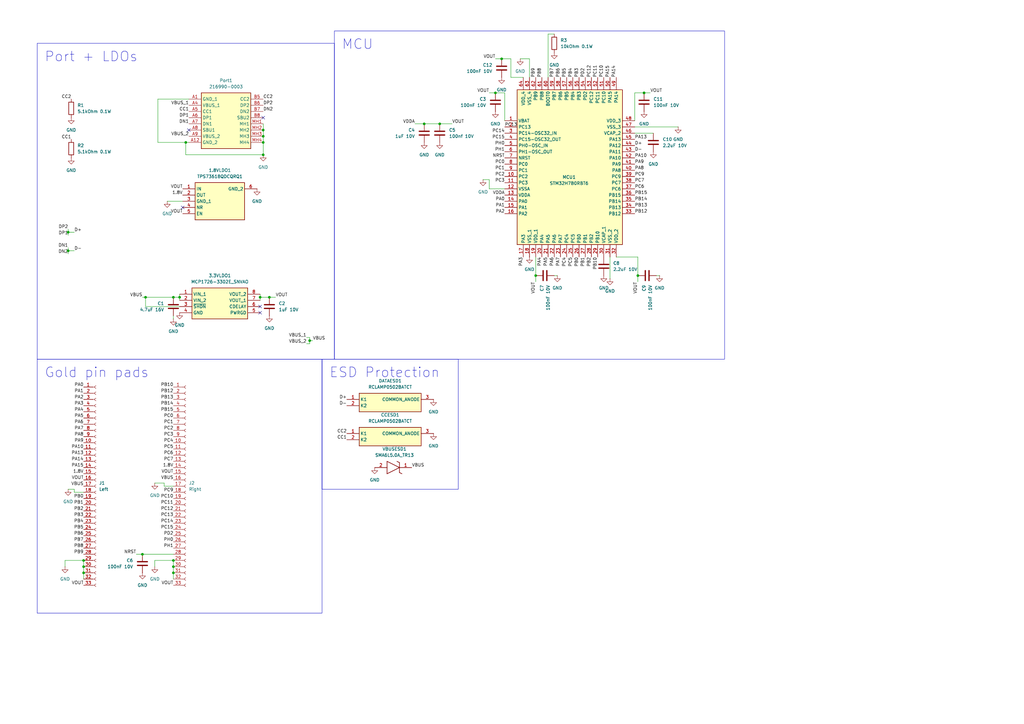
<source format=kicad_sch>
(kicad_sch (version 20231120) (generator "eeschema") (generator_version "8.0")
  (paper "A3")
  (lib_symbols
    (symbol "REQUIRED:216990-0003"
      (property "Reference" "J" (at 26.67 7.62 0))
      (property "Value" "216990-0003" (at 26.67 5.08 0))
      (symbol "216990-0003_1_1"
        (rectangle (start 5.08 2.54) (end 25.4 -20.32) (stroke (width 0.254)) (fill (type background)))
        (pin passive line (at 0 0 0) (length 5.08) (name "GND_1") (number "A1"))
        (pin passive line (at 0 -17.78 0) (length 5.08) (name "GND_2") (number "A12"))
        (pin passive line (at 0 -2.54 0) (length 5.08) (name "VBUS_1") (number "A4"))
        (pin passive line (at 0 -5.08 0) (length 5.08) (name "CC1") (number "A5"))
        (pin passive line (at 0 -7.62 0) (length 5.08) (name "DP1") (number "A6"))
        (pin passive line (at 0 -10.16 0) (length 5.08) (name "DN1") (number "A7"))
        (pin passive line (at 0 -12.7 0) (length 5.08) (name "SBU1") (number "A8"))
        (pin passive line (at 0 -15.24 0) (length 5.08) (name "VBUS_2") (number "A9"))
        (pin passive line (at 30.48 0 180) (length 5.08) (name "CC2") (number "B5"))
        (pin passive line (at 30.48 -2.54 180) (length 5.08) (name "DP2") (number "B6"))
        (pin passive line (at 30.48 -5.08 180) (length 5.08) (name "DN2") (number "B7"))
        (pin passive line (at 30.48 -7.62 180) (length 5.08) (name "SBU2") (number "B8"))
        (pin passive line (at 30.48 -10.16 180) (length 5.08) (name "MH1") (number "MH1"))
        (pin passive line (at 30.48 -12.7 180) (length 5.08) (name "MH2") (number "MH2"))
        (pin passive line (at 30.48 -15.24 180) (length 5.08) (name "MH3") (number "MH3"))
        (pin passive line (at 30.48 -17.78 180) (length 5.08) (name "MH4") (number "MH4"))
      )
    )
    (symbol "REQUIRED:C" (pin_numbers hide) (pin_names (offset 0.254))
      (property "Reference" "C" (at 0.635 2.54 0))
      (property "Value" "C" (at 0.635 -2.54 0))
      (symbol "C_0_1"
        (polyline (pts (xy -2.032 -0.762) (xy 2.032 -0.762)) (stroke (width 0.508)))
        (polyline (pts (xy -2.032 0.762) (xy 2.032 0.762)) (stroke (width 0.508)))
      )
      (symbol "C_1_1"
        (pin passive line (at 0 3.81 270) (length 2.794) (name "~") (number "1"))
        (pin passive line (at 0 -3.81 90) (length 2.794) (name "~") (number "2"))
      )
    )
    (symbol "REQUIRED:Conn_01x33_Socket" (pin_names (offset 1.016) hide)
      (property "Reference" "J" (at 0 43.18 0))
      (property "Value" "Conn_01x33_Socket" (at 0 -43.18 0))
      (symbol "Conn_01x33_Socket_1_1"
        (arc (start 0 -40.132) (mid -0.5058 -40.64) (end 0 -41.148) (stroke (width 0.1524)))
        (arc (start 0 -37.592) (mid -0.5058 -38.1) (end 0 -38.608) (stroke (width 0.1524)))
        (arc (start 0 -35.052) (mid -0.5058 -35.56) (end 0 -36.068) (stroke (width 0.1524)))
        (arc (start 0 -32.512) (mid -0.5058 -33.02) (end 0 -33.528) (stroke (width 0.1524)))
        (arc (start 0 -29.972) (mid -0.5058 -30.48) (end 0 -30.988) (stroke (width 0.1524)))
        (arc (start 0 -27.432) (mid -0.5058 -27.94) (end 0 -28.448) (stroke (width 0.1524)))
        (arc (start 0 -24.892) (mid -0.5058 -25.4) (end 0 -25.908) (stroke (width 0.1524)))
        (arc (start 0 -22.352) (mid -0.5058 -22.86) (end 0 -23.368) (stroke (width 0.1524)))
        (arc (start 0 -19.812) (mid -0.5058 -20.32) (end 0 -20.828) (stroke (width 0.1524)))
        (arc (start 0 -17.272) (mid -0.5058 -17.78) (end 0 -18.288) (stroke (width 0.1524)))
        (arc (start 0 -14.732) (mid -0.5058 -15.24) (end 0 -15.748) (stroke (width 0.1524)))
        (arc (start 0 -12.192) (mid -0.5058 -12.7) (end 0 -13.208) (stroke (width 0.1524)))
        (arc (start 0 -9.652) (mid -0.5058 -10.16) (end 0 -10.668) (stroke (width 0.1524)))
        (arc (start 0 -7.112) (mid -0.5058 -7.62) (end 0 -8.128) (stroke (width 0.1524)))
        (arc (start 0 -4.572) (mid -0.5058 -5.08) (end 0 -5.588) (stroke (width 0.1524)))
        (arc (start 0 -2.032) (mid -0.5058 -2.54) (end 0 -3.048) (stroke (width 0.1524)))
        (polyline (pts (xy -1.27 -40.64) (xy -0.508 -40.64)) (stroke (width 0.1524)))
        (polyline (pts (xy -1.27 -38.1) (xy -0.508 -38.1)) (stroke (width 0.1524)))
        (polyline (pts (xy -1.27 -35.56) (xy -0.508 -35.56)) (stroke (width 0.1524)))
        (polyline (pts (xy -1.27 -33.02) (xy -0.508 -33.02)) (stroke (width 0.1524)))
        (polyline (pts (xy -1.27 -30.48) (xy -0.508 -30.48)) (stroke (width 0.1524)))
        (polyline (pts (xy -1.27 -27.94) (xy -0.508 -27.94)) (stroke (width 0.1524)))
        (polyline (pts (xy -1.27 -25.4) (xy -0.508 -25.4)) (stroke (width 0.1524)))
        (polyline (pts (xy -1.27 -22.86) (xy -0.508 -22.86)) (stroke (width 0.1524)))
        (polyline (pts (xy -1.27 -20.32) (xy -0.508 -20.32)) (stroke (width 0.1524)))
        (polyline (pts (xy -1.27 -17.78) (xy -0.508 -17.78)) (stroke (width 0.1524)))
        (polyline (pts (xy -1.27 -15.24) (xy -0.508 -15.24)) (stroke (width 0.1524)))
        (polyline (pts (xy -1.27 -12.7) (xy -0.508 -12.7)) (stroke (width 0.1524)))
        (polyline (pts (xy -1.27 -10.16) (xy -0.508 -10.16)) (stroke (width 0.1524)))
        (polyline (pts (xy -1.27 -7.62) (xy -0.508 -7.62)) (stroke (width 0.1524)))
        (polyline (pts (xy -1.27 -5.08) (xy -0.508 -5.08)) (stroke (width 0.1524)))
        (polyline (pts (xy -1.27 -2.54) (xy -0.508 -2.54)) (stroke (width 0.1524)))
        (polyline (pts (xy -1.27 0) (xy -0.508 0)) (stroke (width 0.1524)))
        (polyline (pts (xy -1.27 2.54) (xy -0.508 2.54)) (stroke (width 0.1524)))
        (polyline (pts (xy -1.27 5.08) (xy -0.508 5.08)) (stroke (width 0.1524)))
        (polyline (pts (xy -1.27 7.62) (xy -0.508 7.62)) (stroke (width 0.1524)))
        (polyline (pts (xy -1.27 10.16) (xy -0.508 10.16)) (stroke (width 0.1524)))
        (polyline (pts (xy -1.27 12.7) (xy -0.508 12.7)) (stroke (width 0.1524)))
        (polyline (pts (xy -1.27 15.24) (xy -0.508 15.24)) (stroke (width 0.1524)))
        (polyline (pts (xy -1.27 17.78) (xy -0.508 17.78)) (stroke (width 0.1524)))
        (polyline (pts (xy -1.27 20.32) (xy -0.508 20.32)) (stroke (width 0.1524)))
        (polyline (pts (xy -1.27 22.86) (xy -0.508 22.86)) (stroke (width 0.1524)))
        (polyline (pts (xy -1.27 25.4) (xy -0.508 25.4)) (stroke (width 0.1524)))
        (polyline (pts (xy -1.27 27.94) (xy -0.508 27.94)) (stroke (width 0.1524)))
        (polyline (pts (xy -1.27 30.48) (xy -0.508 30.48)) (stroke (width 0.1524)))
        (polyline (pts (xy -1.27 33.02) (xy -0.508 33.02)) (stroke (width 0.1524)))
        (polyline (pts (xy -1.27 35.56) (xy -0.508 35.56)) (stroke (width 0.1524)))
        (polyline (pts (xy -1.27 38.1) (xy -0.508 38.1)) (stroke (width 0.1524)))
        (polyline (pts (xy -1.27 40.64) (xy -0.508 40.64)) (stroke (width 0.1524)))
        (arc (start 0 0.508) (mid -0.5058 0) (end 0 -0.508) (stroke (width 0.1524)))
        (arc (start 0 3.048) (mid -0.5058 2.54) (end 0 2.032) (stroke (width 0.1524)))
        (arc (start 0 5.588) (mid -0.5058 5.08) (end 0 4.572) (stroke (width 0.1524)))
        (arc (start 0 8.128) (mid -0.5058 7.62) (end 0 7.112) (stroke (width 0.1524)))
        (arc (start 0 10.668) (mid -0.5058 10.16) (end 0 9.652) (stroke (width 0.1524)))
        (arc (start 0 13.208) (mid -0.5058 12.7) (end 0 12.192) (stroke (width 0.1524)))
        (arc (start 0 15.748) (mid -0.5058 15.24) (end 0 14.732) (stroke (width 0.1524)))
        (arc (start 0 18.288) (mid -0.5058 17.78) (end 0 17.272) (stroke (width 0.1524)))
        (arc (start 0 20.828) (mid -0.5058 20.32) (end 0 19.812) (stroke (width 0.1524)))
        (arc (start 0 23.368) (mid -0.5058 22.86) (end 0 22.352) (stroke (width 0.1524)))
        (arc (start 0 25.908) (mid -0.5058 25.4) (end 0 24.892) (stroke (width 0.1524)))
        (arc (start 0 28.448) (mid -0.5058 27.94) (end 0 27.432) (stroke (width 0.1524)))
        (arc (start 0 30.988) (mid -0.5058 30.48) (end 0 29.972) (stroke (width 0.1524)))
        (arc (start 0 33.528) (mid -0.5058 33.02) (end 0 32.512) (stroke (width 0.1524)))
        (arc (start 0 36.068) (mid -0.5058 35.56) (end 0 35.052) (stroke (width 0.1524)))
        (arc (start 0 38.608) (mid -0.5058 38.1) (end 0 37.592) (stroke (width 0.1524)))
        (arc (start 0 41.148) (mid -0.5058 40.64) (end 0 40.132) (stroke (width 0.1524)))
        (pin passive line (at -5.08 40.64 0) (length 3.81) (name "Pin_1") (number "1"))
        (pin passive line (at -5.08 17.78 0) (length 3.81) (name "Pin_10") (number "10"))
        (pin passive line (at -5.08 15.24 0) (length 3.81) (name "Pin_11") (number "11"))
        (pin passive line (at -5.08 12.7 0) (length 3.81) (name "Pin_12") (number "12"))
        (pin passive line (at -5.08 10.16 0) (length 3.81) (name "Pin_13") (number "13"))
        (pin passive line (at -5.08 7.62 0) (length 3.81) (name "Pin_14") (number "14"))
        (pin passive line (at -5.08 5.08 0) (length 3.81) (name "Pin_15") (number "15"))
        (pin passive line (at -5.08 2.54 0) (length 3.81) (name "Pin_16") (number "16"))
        (pin passive line (at -5.08 0 0) (length 3.81) (name "Pin_17") (number "17"))
        (pin passive line (at -5.08 -2.54 0) (length 3.81) (name "Pin_18") (number "18"))
        (pin passive line (at -5.08 -5.08 0) (length 3.81) (name "Pin_19") (number "19"))
        (pin passive line (at -5.08 38.1 0) (length 3.81) (name "Pin_2") (number "2"))
        (pin passive line (at -5.08 -7.62 0) (length 3.81) (name "Pin_20") (number "20"))
        (pin passive line (at -5.08 -10.16 0) (length 3.81) (name "Pin_21") (number "21"))
        (pin passive line (at -5.08 -12.7 0) (length 3.81) (name "Pin_22") (number "22"))
        (pin passive line (at -5.08 -15.24 0) (length 3.81) (name "Pin_23") (number "23"))
        (pin passive line (at -5.08 -17.78 0) (length 3.81) (name "Pin_24") (number "24"))
        (pin passive line (at -5.08 -20.32 0) (length 3.81) (name "Pin_25") (number "25"))
        (pin passive line (at -5.08 -22.86 0) (length 3.81) (name "Pin_26") (number "26"))
        (pin passive line (at -5.08 -25.4 0) (length 3.81) (name "Pin_27") (number "27"))
        (pin passive line (at -5.08 -27.94 0) (length 3.81) (name "Pin_28") (number "28"))
        (pin passive line (at -5.08 -30.48 0) (length 3.81) (name "Pin_29") (number "29"))
        (pin passive line (at -5.08 35.56 0) (length 3.81) (name "Pin_3") (number "3"))
        (pin passive line (at -5.08 -33.02 0) (length 3.81) (name "Pin_30") (number "30"))
        (pin passive line (at -5.08 -35.56 0) (length 3.81) (name "Pin_31") (number "31"))
        (pin passive line (at -5.08 -38.1 0) (length 3.81) (name "Pin_32") (number "32"))
        (pin passive line (at -5.08 -40.64 0) (length 3.81) (name "Pin_33") (number "33"))
        (pin passive line (at -5.08 33.02 0) (length 3.81) (name "Pin_4") (number "4"))
        (pin passive line (at -5.08 30.48 0) (length 3.81) (name "Pin_5") (number "5"))
        (pin passive line (at -5.08 27.94 0) (length 3.81) (name "Pin_6") (number "6"))
        (pin passive line (at -5.08 25.4 0) (length 3.81) (name "Pin_7") (number "7"))
        (pin passive line (at -5.08 22.86 0) (length 3.81) (name "Pin_8") (number "8"))
        (pin passive line (at -5.08 20.32 0) (length 3.81) (name "Pin_9") (number "9"))
      )
    )
    (symbol "REQUIRED:MCP1726-3302E_SNVAO"
      (property "Reference" "IC" (at 29.21 7.62 0))
      (property "Value" "MCP1726-3302E_SNVAO" (at 29.21 5.08 0))
      (symbol "MCP1726-3302E_SNVAO_1_1"
        (rectangle (start 5.08 2.54) (end 27.94 -10.16) (stroke (width 0.254)) (fill (type background)))
        (pin passive line (at 0 0 0) (length 5.08) (name "VIN_1") (number "1"))
        (pin passive line (at 0 -2.54 0) (length 5.08) (name "VIN_2") (number "2"))
        (pin passive line (at 0 -5.08 0) (length 5.08) (name "~{SHDN}") (number "3"))
        (pin passive line (at 0 -7.62 0) (length 5.08) (name "GND") (number "4"))
        (pin passive line (at 33.02 -7.62 180) (length 5.08) (name "PWRGD") (number "5"))
        (pin passive line (at 33.02 -5.08 180) (length 5.08) (name "CDELAY") (number "6"))
        (pin passive line (at 33.02 -2.54 180) (length 5.08) (name "VOUT_1") (number "7"))
        (pin passive line (at 33.02 0 180) (length 5.08) (name "VOUT_2") (number "8"))
      )
    )
    (symbol "REQUIRED:R" (pin_numbers hide) (pin_names (offset 0))
      (property "Reference" "R" (at 2.032 0 90))
      (property "Value" "R" (at 0 0 90))
      (symbol "R_0_1"
        (rectangle (start -1.016 -2.54) (end 1.016 2.54) (stroke (width 0.254)))
      )
      (symbol "R_1_1"
        (pin passive line (at 0 3.81 270) (length 1.27) (name "~") (number "1"))
        (pin passive line (at 0 -3.81 90) (length 1.27) (name "~") (number "2"))
      )
    )
    (symbol "REQUIRED:RCLAMP0502BATCT"
      (property "Reference" "D" (at 31.75 7.62 0))
      (property "Value" "RCLAMP0502BATCT" (at 31.75 5.08 0))
      (symbol "RCLAMP0502BATCT_1_1"
        (rectangle (start 5.08 2.54) (end 30.48 -5.08) (stroke (width 0.254)) (fill (type background)))
        (pin passive line (at 0 0 0) (length 5.08) (name "K1") (number "1"))
        (pin passive line (at 0 -2.54 0) (length 5.08) (name "K2") (number "2"))
        (pin passive line (at 35.56 0 180) (length 5.08) (name "COMMON_ANODE") (number "3"))
      )
    )
    (symbol "REQUIRED:SMA6L5.0A_TR13" (pin_names hide)
      (property "Reference" "D" (at 10.16 8.89 0))
      (property "Value" "SMA6L5.0A_TR13" (at 10.16 6.35 0))
      (symbol "SMA6L5.0A_TR13_1_1"
        (polyline (pts (xy 4.064 2.54) (xy 5.08 2.032)) (stroke (width 0.254)))
        (polyline (pts (xy 5.08 -2.032) (xy 5.08 2.032)) (stroke (width 0.254)))
        (polyline (pts (xy 5.08 -2.032) (xy 6.096 -2.54)) (stroke (width 0.254)))
        (polyline (pts (xy 5.08 0) (xy 10.16 2.54)) (stroke (width 0.254)))
        (polyline (pts (xy 10.16 -2.54) (xy 5.08 0)) (stroke (width 0.254)))
        (polyline (pts (xy 10.16 -2.54) (xy 10.16 2.54)) (stroke (width 0.254)))
        (pin passive line (at 0 0 0) (length 5.08) (name "K") (number "1"))
        (pin passive line (at 15.24 0 180) (length 5.08) (name "A") (number "2"))
      )
    )
    (symbol "REQUIRED:STM32H7B0RBT6"
      (property "Reference" "IC" (at 49.53 17.78 0))
      (property "Value" "STM32H7B0RBT6" (at 49.53 15.24 0))
      (symbol "STM32H7B0RBT6_1_1"
        (rectangle (start 5.08 12.7) (end 48.26 -50.8) (stroke (width 0.254)) (fill (type background)))
        (pin passive line (at 0 0 0) (length 5.08) (name "VBAT") (number "1"))
        (pin passive line (at 0 -22.86 0) (length 5.08) (name "PC2") (number "10"))
        (pin passive line (at 0 -25.4 0) (length 5.08) (name "PC3") (number "11"))
        (pin passive line (at 0 -27.94 0) (length 5.08) (name "VSSA") (number "12"))
        (pin passive line (at 0 -30.48 0) (length 5.08) (name "VDDA") (number "13"))
        (pin passive line (at 0 -33.02 0) (length 5.08) (name "PA0") (number "14"))
        (pin passive line (at 0 -35.56 0) (length 5.08) (name "PA1") (number "15"))
        (pin passive line (at 0 -38.1 0) (length 5.08) (name "PA2") (number "16"))
        (pin passive line (at 7.62 -55.88 90) (length 5.08) (name "PA3") (number "17"))
        (pin passive line (at 10.16 -55.88 90) (length 5.08) (name "VSS_1") (number "18"))
        (pin passive line (at 12.7 -55.88 90) (length 5.08) (name "VDD_1") (number "19"))
        (pin passive line (at 0 -2.54 0) (length 5.08) (name "PC13") (number "2"))
        (pin passive line (at 15.24 -55.88 90) (length 5.08) (name "PA4") (number "20"))
        (pin passive line (at 17.78 -55.88 90) (length 5.08) (name "PA5") (number "21"))
        (pin passive line (at 20.32 -55.88 90) (length 5.08) (name "PA6") (number "22"))
        (pin passive line (at 22.86 -55.88 90) (length 5.08) (name "PA7") (number "23"))
        (pin passive line (at 25.4 -55.88 90) (length 5.08) (name "PC4") (number "24"))
        (pin passive line (at 27.94 -55.88 90) (length 5.08) (name "PC5") (number "25"))
        (pin passive line (at 30.48 -55.88 90) (length 5.08) (name "PB0") (number "26"))
        (pin passive line (at 33.02 -55.88 90) (length 5.08) (name "PB1") (number "27"))
        (pin passive line (at 35.56 -55.88 90) (length 5.08) (name "PB2") (number "28"))
        (pin passive line (at 38.1 -55.88 90) (length 5.08) (name "PB10") (number "29"))
        (pin passive line (at 0 -5.08 0) (length 5.08) (name "PC14-OSC32_IN") (number "3"))
        (pin passive line (at 40.64 -55.88 90) (length 5.08) (name "VCAP_1") (number "30"))
        (pin passive line (at 43.18 -55.88 90) (length 5.08) (name "VSS_2") (number "31"))
        (pin passive line (at 45.72 -55.88 90) (length 5.08) (name "VDD_2") (number "32"))
        (pin passive line (at 53.34 -38.1 180) (length 5.08) (name "PB12") (number "33"))
        (pin passive line (at 53.34 -35.56 180) (length 5.08) (name "PB13") (number "34"))
        (pin passive line (at 53.34 -33.02 180) (length 5.08) (name "PB14") (number "35"))
        (pin passive line (at 53.34 -30.48 180) (length 5.08) (name "PB15") (number "36"))
        (pin passive line (at 53.34 -27.94 180) (length 5.08) (name "PC6") (number "37"))
        (pin passive line (at 53.34 -25.4 180) (length 5.08) (name "PC7") (number "38"))
        (pin passive line (at 53.34 -22.86 180) (length 5.08) (name "PC9") (number "39"))
        (pin passive line (at 0 -7.62 0) (length 5.08) (name "PC15-OSC32_OUT") (number "4"))
        (pin passive line (at 53.34 -20.32 180) (length 5.08) (name "PA8") (number "40"))
        (pin passive line (at 53.34 -17.78 180) (length 5.08) (name "PA9") (number "41"))
        (pin passive line (at 53.34 -15.24 180) (length 5.08) (name "PA10") (number "42"))
        (pin passive line (at 53.34 -12.7 180) (length 5.08) (name "PA11") (number "43"))
        (pin passive line (at 53.34 -10.16 180) (length 5.08) (name "PA12") (number "44"))
        (pin passive line (at 53.34 -7.62 180) (length 5.08) (name "PA13") (number "45"))
        (pin passive line (at 53.34 -5.08 180) (length 5.08) (name "VCAP_2") (number "46"))
        (pin passive line (at 53.34 -2.54 180) (length 5.08) (name "VSS_3") (number "47"))
        (pin passive line (at 53.34 0 180) (length 5.08) (name "VDD_3") (number "48"))
        (pin passive line (at 45.72 17.78 270) (length 5.08) (name "PA14") (number "49"))
        (pin passive line (at 0 -10.16 0) (length 5.08) (name "PH0-OSC_IN") (number "5"))
        (pin passive line (at 43.18 17.78 270) (length 5.08) (name "PA15") (number "50"))
        (pin passive line (at 40.64 17.78 270) (length 5.08) (name "PC10") (number "51"))
        (pin passive line (at 38.1 17.78 270) (length 5.08) (name "PC11") (number "52"))
        (pin passive line (at 35.56 17.78 270) (length 5.08) (name "PC12") (number "53"))
        (pin passive line (at 33.02 17.78 270) (length 5.08) (name "PD2") (number "54"))
        (pin passive line (at 30.48 17.78 270) (length 5.08) (name "PB3") (number "55"))
        (pin passive line (at 27.94 17.78 270) (length 5.08) (name "PB4") (number "56"))
        (pin passive line (at 25.4 17.78 270) (length 5.08) (name "PB5") (number "57"))
        (pin passive line (at 22.86 17.78 270) (length 5.08) (name "PB6") (number "58"))
        (pin passive line (at 20.32 17.78 270) (length 5.08) (name "PB7") (number "59"))
        (pin passive line (at 0 -12.7 0) (length 5.08) (name "PH1-OSC_OUT") (number "6"))
        (pin passive line (at 17.78 17.78 270) (length 5.08) (name "BOOT0") (number "60"))
        (pin passive line (at 15.24 17.78 270) (length 5.08) (name "PB8") (number "61"))
        (pin passive line (at 12.7 17.78 270) (length 5.08) (name "PB9") (number "62"))
        (pin passive line (at 10.16 17.78 270) (length 5.08) (name "VSS_4") (number "63"))
        (pin passive line (at 7.62 17.78 270) (length 5.08) (name "VDD_4") (number "64"))
        (pin passive line (at 0 -15.24 0) (length 5.08) (name "NRST") (number "7"))
        (pin passive line (at 0 -17.78 0) (length 5.08) (name "PC0") (number "8"))
        (pin passive line (at 0 -20.32 0) (length 5.08) (name "PC1") (number "9"))
      )
    )
    (symbol "REQUIRED:TPS73618QDCQRQ1"
      (property "Reference" "IC" (at 26.67 7.62 0))
      (property "Value" "TPS73618QDCQRQ1" (at 26.67 5.08 0))
      (symbol "TPS73618QDCQRQ1_1_1"
        (rectangle (start 5.08 2.54) (end 25.4 -12.7) (stroke (width 0.254)) (fill (type background)))
        (pin passive line (at 0 0 0) (length 5.08) (name "IN") (number "1"))
        (pin passive line (at 0 -2.54 0) (length 5.08) (name "OUT") (number "2"))
        (pin passive line (at 0 -5.08 0) (length 5.08) (name "GND_1") (number "3"))
        (pin passive line (at 0 -7.62 0) (length 5.08) (name "NR") (number "4"))
        (pin passive line (at 0 -10.16 0) (length 5.08) (name "EN") (number "5"))
        (pin passive line (at 30.48 0 180) (length 5.08) (name "GND_2") (number "6"))
      )
    )
    (symbol "power:GND" (power) (pin_numbers hide) (pin_names (offset 0) hide)
      (property "Value" "GND" (at 0 -3.81 0))
      (symbol "GND_0_1"
        (polyline (pts (xy 0 0) (xy 0 -1.27) (xy 1.27 -1.27) (xy 0 -2.54) (xy -1.27 -1.27) (xy 0 -1.27)))
      )
      (symbol "GND_1_1"
        (pin power_in line (at 0 0 270) (length 0) (name "~") (number "1"))
      )
    )
  )
  (junction (at 58.42 227.33))
  (junction (at 261.62 113.03))
  (junction (at 34.29 232.41))
  (junction (at 27.94 102.87))
  (junction (at 110.49 121.92))
  (junction (at 71.12 229.87))
  (junction (at 34.29 234.95))
  (junction (at 73.66 121.92))
  (junction (at 205.74 24.13))
  (junction (at 71.12 232.41))
  (junction (at 106.68 121.92))
  (junction (at 127 139.7))
  (junction (at 76.2 58.42))
  (junction (at 107.95 58.42))
  (junction (at 107.95 55.88))
  (junction (at 219.71 113.03))
  (junction (at 173.99 50.8))
  (junction (at 180.34 50.8))
  (junction (at 71.12 234.95))
  (junction (at 107.95 53.34))
  (junction (at 107.95 63.5))
  (junction (at 34.29 229.87))
  (junction (at 264.16 38.1))
  (junction (at 203.2 38.1))
  (junction (at 59.69 121.92))
  (junction (at 71.12 121.92))
  (junction (at 27.94 95.25))
  (no_connect (at 107.95 48.26))
  (no_connect (at 106.68 125.73))
  (no_connect (at 74.93 85.09))
  (no_connect (at 106.68 128.27))
  (no_connect (at 77.47 53.34))
  (wire (pts (xy 173.99 50.8) (xy 180.34 50.8)))
  (wire (pts (xy 228.6 113.03) (xy 227.33 113.03)))
  (wire (pts (xy 71.12 229.87) (xy 71.12 232.41)))
  (wire (pts (xy 73.66 121.92) (xy 73.66 123.19)))
  (wire (pts (xy 261.62 105.41) (xy 261.62 113.03)))
  (wire (pts (xy 76.2 58.42) (xy 76.2 63.5)))
  (wire (pts (xy 278.13 52.07) (xy 260.35 52.07)))
  (wire (pts (xy 34.29 229.87) (xy 26.67 229.87)))
  (wire (pts (xy 34.29 201.93) (xy 30.48 201.93)))
  (wire (pts (xy 213.36 24.13) (xy 217.17 24.13)))
  (wire (pts (xy 34.29 234.95) (xy 34.29 237.49)))
  (wire (pts (xy 224.79 13.97) (xy 227.33 13.97)))
  (wire (pts (xy 64.77 58.42) (xy 76.2 58.42)))
  (wire (pts (xy 77.47 40.64) (xy 64.77 40.64)))
  (wire (pts (xy 58.42 227.33) (xy 71.12 227.33)))
  (wire (pts (xy 34.29 232.41) (xy 34.29 234.95)))
  (wire (pts (xy 200.66 73.66) (xy 198.12 73.66)))
  (wire (pts (xy 110.49 121.92) (xy 113.03 121.92)))
  (wire (pts (xy 26.67 229.87) (xy 26.67 232.41)))
  (wire (pts (xy 27.94 95.25) (xy 27.94 96.52)))
  (wire (pts (xy 107.95 53.34) (xy 107.95 55.88)))
  (wire (pts (xy 107.95 63.5) (xy 107.95 58.42)))
  (wire (pts (xy 27.94 200.66) (xy 30.48 200.66)))
  (wire (pts (xy 264.16 38.1) (xy 260.35 38.1)))
  (wire (pts (xy 266.7 38.1) (xy 264.16 38.1)))
  (wire (pts (xy 71.12 232.41) (xy 71.12 234.95)))
  (wire (pts (xy 55.88 227.33) (xy 58.42 227.33)))
  (wire (pts (xy 214.63 31.75) (xy 209.55 31.75)))
  (wire (pts (xy 27.94 102.87) (xy 30.48 102.87)))
  (wire (pts (xy 180.34 50.8) (xy 185.42 50.8)))
  (wire (pts (xy 34.29 229.87) (xy 34.29 232.41)))
  (wire (pts (xy 200.66 38.1) (xy 203.2 38.1)))
  (wire (pts (xy 127 140.97) (xy 125.73 140.97)))
  (wire (pts (xy 207.01 77.47) (xy 200.66 77.47)))
  (wire (pts (xy 27.94 95.25) (xy 30.48 95.25)))
  (wire (pts (xy 219.71 113.03) (xy 219.71 115.57)))
  (wire (pts (xy 58.42 121.92) (xy 59.69 121.92)))
  (wire (pts (xy 106.68 121.92) (xy 106.68 123.19)))
  (wire (pts (xy 71.12 199.39) (xy 67.31 199.39)))
  (wire (pts (xy 170.18 50.8) (xy 173.99 50.8)))
  (wire (pts (xy 63.5 198.12) (xy 67.31 198.12)))
  (wire (pts (xy 127 139.7) (xy 127 140.97)))
  (wire (pts (xy 30.48 201.93) (xy 30.48 200.66)))
  (wire (pts (xy 127 138.43) (xy 127 139.7)))
  (wire (pts (xy 71.12 121.92) (xy 73.66 121.92)))
  (wire (pts (xy 203.2 24.13) (xy 205.74 24.13)))
  (wire (pts (xy 27.94 93.98) (xy 27.94 95.25)))
  (wire (pts (xy 73.66 120.65) (xy 73.66 121.92)))
  (wire (pts (xy 27.94 101.6) (xy 27.94 102.87)))
  (wire (pts (xy 27.94 102.87) (xy 27.94 104.14)))
  (wire (pts (xy 71.12 234.95) (xy 71.12 237.49)))
  (wire (pts (xy 107.95 55.88) (xy 107.95 58.42)))
  (wire (pts (xy 261.62 113.03) (xy 261.62 115.57)))
  (wire (pts (xy 63.5 229.87) (xy 63.5 232.41)))
  (wire (pts (xy 71.12 229.87) (xy 63.5 229.87)))
  (wire (pts (xy 260.35 38.1) (xy 260.35 49.53)))
  (wire (pts (xy 127 139.7) (xy 128.27 139.7)))
  (wire (pts (xy 127 138.43) (xy 125.73 138.43)))
  (wire (pts (xy 106.68 121.92) (xy 110.49 121.92)))
  (wire (pts (xy 64.77 40.64) (xy 64.77 58.42)))
  (wire (pts (xy 106.68 120.65) (xy 106.68 121.92)))
  (wire (pts (xy 219.71 105.41) (xy 219.71 113.03)))
  (wire (pts (xy 68.58 82.55) (xy 74.93 82.55)))
  (wire (pts (xy 205.74 24.13) (xy 209.55 24.13)))
  (wire (pts (xy 203.2 38.1) (xy 207.01 38.1)))
  (wire (pts (xy 200.66 73.66) (xy 200.66 77.47)))
  (wire (pts (xy 224.79 31.75) (xy 224.79 13.97)))
  (wire (pts (xy 73.66 125.73) (xy 59.69 125.73)))
  (wire (pts (xy 261.62 105.41) (xy 252.73 105.41)))
  (wire (pts (xy 107.95 50.8) (xy 107.95 53.34)))
  (wire (pts (xy 207.01 38.1) (xy 207.01 49.53)))
  (wire (pts (xy 217.17 31.75) (xy 217.17 24.13)))
  (wire (pts (xy 59.69 121.92) (xy 59.69 125.73)))
  (wire (pts (xy 260.35 54.61) (xy 267.97 54.61)))
  (wire (pts (xy 71.12 130.81) (xy 71.12 129.54)))
  (wire (pts (xy 209.55 31.75) (xy 209.55 24.13)))
  (wire (pts (xy 76.2 58.42) (xy 77.47 58.42)))
  (wire (pts (xy 76.2 63.5) (xy 107.95 63.5)))
  (wire (pts (xy 67.31 199.39) (xy 67.31 198.12)))
  (wire (pts (xy 59.69 121.92) (xy 71.12 121.92)))
  (wire (pts (xy 250.19 105.41) (xy 250.19 114.3)))
  (wire (pts (xy 270.51 113.03) (xy 269.24 113.03)))
  (text_box "Gold pin pads" (at 15.24 147.32 0) (size 116.84 104.14) (effects (font (size 4 4)) (justify left top)))
  (text_box "Port + LDOs" (at 15.24 17.78 0) (size 121.92 129.54) (effects (font (size 4 4)) (justify left top)))
  (text_box "ESD Protection\n" (at 132.08 147.32 0) (size 55.88 53.34) (effects (font (size 4 4)) (justify left top)))
  (text_box "MCU" (at 137.16 12.7 0) (size 160.02 134.62) (effects (font (size 4 4)) (justify left top)))
  (label "PA7" (at 229.87 105.41 270))
  (label "PA4" (at 34.29 168.91 180))
  (label "PA8" (at 260.35 69.85 0))
  (label "PB1" (at 34.29 207.01 180))
  (label "VOUT" (at 185.42 50.8 0))
  (label "PC15" (at 71.12 217.17 180))
  (label "VOUT" (at 219.71 115.57 270))
  (label "PA1" (at 207.01 85.09 180))
  (label "NRST" (at 207.01 64.77 180))
  (label "PC0" (at 207.01 67.31 180))
  (label "PB9" (at 34.29 227.33 180))
  (label "D+" (at 142.24 163.83 180))
  (label "D+" (at 260.35 59.69 0))
  (label "CC2" (at 107.95 40.64 0))
  (label "VBUS" (at 34.29 199.39 180))
  (label "PA6" (at 34.29 173.99 180))
  (label "PC4" (at 232.41 105.41 270))
  (label "VOUT" (at 74.93 77.47 180))
  (label "PC7" (at 260.35 74.93 0))
  (label "PC12" (at 71.12 209.55 180))
  (label "PC1" (at 207.01 69.85 180))
  (label "PB6" (at 229.87 31.75 90))
  (label "PA15" (at 34.29 191.77 180))
  (label "PA0" (at 207.01 82.55 180))
  (label "DP1" (at 27.94 96.52 180))
  (label "1.8V" (at 34.29 194.31 180))
  (label "PC6" (at 260.35 77.47 0))
  (label "PA5" (at 224.79 105.41 270))
  (label "PC14" (at 71.12 214.63 180))
  (label "NRST" (at 55.88 227.33 180))
  (label "CC2" (at 142.24 177.8 180))
  (label "PC11" (at 71.12 207.01 180))
  (label "PD2" (at 71.12 219.71 180))
  (label "PA0" (at 34.29 158.75 180))
  (label "VDDA" (at 170.18 50.8 180))
  (label "PA10" (at 260.35 64.77 0))
  (label "PB3" (at 237.49 31.75 90))
  (label "PC14" (at 207.01 54.61 180))
  (label "PB2" (at 242.57 105.41 270))
  (label "PB15" (at 71.12 168.91 180))
  (label "VOUT" (at 203.2 24.13 180))
  (label "PC15" (at 207.01 57.15 180))
  (label "PB13" (at 71.12 163.83 180))
  (label "PB1" (at 240.03 105.41 270))
  (label "PC5" (at 234.95 105.41 270))
  (label "PA2" (at 34.29 163.83 180))
  (label "PC3" (at 71.12 179.07 180))
  (label "VBUS_2" (at 77.47 55.88 180))
  (label "CC1" (at 29.21 57.15 180))
  (label "PC10" (at 247.65 31.75 90))
  (label "PC12" (at 242.57 31.75 90))
  (label "PB8" (at 222.25 31.75 90))
  (label "VBUS_1" (at 77.47 43.18 180))
  (label "VOUT" (at 34.29 196.85 180))
  (label "VOUT" (at 261.62 115.57 270))
  (label "PH0" (at 71.12 222.25 180))
  (label "D-" (at 30.48 102.87 0))
  (label "PB0" (at 34.29 204.47 180))
  (label "PB9" (at 219.71 31.75 90))
  (label "VBUS" (at 168.91 191.77 0))
  (label "PC4" (at 71.12 181.61 180))
  (label "PA7" (at 34.29 176.53 180))
  (label "PB2" (at 34.29 209.55 180))
  (label "PA4" (at 222.25 105.41 270))
  (label "PB12" (at 71.12 161.29 180))
  (label "CC2" (at 29.21 40.64 180))
  (label "PB3" (at 34.29 212.09 180))
  (label "VDDA" (at 207.01 80.01 180))
  (label "VBUS_2" (at 125.73 140.97 180))
  (label "PC5" (at 71.12 184.15 180))
  (label "PC6" (at 71.12 186.69 180))
  (label "PH0" (at 207.01 59.69 180))
  (label "PB10" (at 245.11 105.41 270))
  (label "PD2" (at 240.03 31.75 90))
  (label "1.8V" (at 71.12 191.77 180))
  (label "D-" (at 142.24 166.37 180))
  (label "PB10" (at 71.12 158.75 180))
  (label "VOUT" (at 74.93 87.63 180))
  (label "PA14" (at 252.73 31.75 90))
  (label "D-" (at 260.35 62.23 0))
  (label "DP2" (at 27.94 93.98 180))
  (label "VBUS" (at 58.42 121.92 180))
  (label "PA1" (at 34.29 161.29 180))
  (label "PH1" (at 207.01 62.23 180))
  (label "PA3" (at 34.29 166.37 180))
  (label "PB5" (at 34.29 217.17 180))
  (label "CC1" (at 77.47 45.72 180))
  (label "D+" (at 30.48 95.25 0))
  (label "DN2" (at 27.94 104.14 180))
  (label "PC13" (at 71.12 212.09 180))
  (label "VOUT" (at 71.12 194.31 180))
  (label "PB8" (at 34.29 224.79 180))
  (label "DN1" (at 27.94 101.6 180))
  (label "PC9" (at 260.35 72.39 0))
  (label "PB0" (at 237.49 105.41 270))
  (label "PA9" (at 34.29 181.61 180))
  (label "PA10" (at 34.29 184.15 180))
  (label "PB7" (at 34.29 222.25 180))
  (label "VOUT" (at 34.29 240.03 180))
  (label "CC1" (at 142.24 180.34 180))
  (label "VOUT" (at 71.12 240.03 180))
  (label "PA13" (at 260.35 57.15 0))
  (label "DP1" (at 77.47 48.26 180))
  (label "PC2" (at 71.12 176.53 180))
  (label "PA9" (at 260.35 67.31 0))
  (label "PB4" (at 234.95 31.75 90))
  (label "PC10" (at 71.12 204.47 180))
  (label "PA6" (at 227.33 105.41 270))
  (label "PA14" (at 34.29 189.23 180))
  (label "PB6" (at 34.29 219.71 180))
  (label "PC11" (at 245.11 31.75 90))
  (label "PA15" (at 250.19 31.75 90))
  (label "PB15" (at 260.35 80.01 0))
  (label "PA5" (at 34.29 171.45 180))
  (label "DN2" (at 107.95 45.72 0))
  (label "PA13" (at 34.29 186.69 180))
  (label "PB5" (at 232.41 31.75 90))
  (label "PC0" (at 71.12 171.45 180))
  (label "PC9" (at 71.12 201.93 180))
  (label "PB13" (at 260.35 85.09 0))
  (label "PC7" (at 71.12 189.23 180))
  (label "PA2" (at 207.01 87.63 180))
  (label "PA3" (at 214.63 105.41 270))
  (label "VBUS" (at 128.27 139.7 0))
  (label "PH1" (at 71.12 224.79 180))
  (label "PB14" (at 71.12 166.37 180))
  (label "PB12" (at 260.35 87.63 0))
  (label "PC1" (at 71.12 173.99 180))
  (label "1.8V" (at 74.93 80.01 180))
  (label "PC3" (at 207.01 74.93 180))
  (label "VOUT" (at 200.66 38.1 180))
  (label "PA8" (at 34.29 179.07 180))
  (label "VOUT" (at 113.03 121.92 0))
  (label "DP2" (at 107.95 43.18 0))
  (label "PC2" (at 207.01 72.39 180))
  (label "PC13" (at 207.01 52.07 0))
  (label "PB4" (at 34.29 214.63 180))
  (label "VBUS" (at 71.12 196.85 180))
  (label "VBUS_1" (at 125.73 138.43 180))
  (label "VOUT" (at 266.7 38.1 0))
  (label "DN1" (at 77.47 50.8 180))
  (label "PB7" (at 227.33 31.75 90))
  (label "PB14" (at 260.35 82.55 0))
  (symbol (lib_id "power:GND") (at 29.21 64.77 0) (unit 1)
    (property "Reference" "#PWR8" (effects (hide yes)))
    (property "Value" "GND" (at 29.21 69.85 0))
    (property "Description" "Power symbol creates a global label with name \"GND\" , ground" (effects (hide yes)))
  )
  (symbol (lib_id "REQUIRED:RCLAMP0502BATCT") (at 142.24 177.8 0) (unit 1)
    (property "Reference" "CCESD1" (at 160.02 170.18 0))
    (property "Value" "RCLAMP0502BATCT" (at 160.02 172.72 0))
    (property "Footprint" "SamacSys_Parts:SOT50P160X90-3N" (effects (hide yes)))
    (property "Datasheet" "https://rs.componentsearchengine.com/Datasheets/1/RCLAMP0502BATCT.pdf" (effects (hide yes)))
    (property "Description" "ESD Suppressors / TVS Diodes Low Capacitance ESD & CDE Protection" (effects (hide yes)))
    (property "Height" "0.9" (effects (hide yes)))
    (property "Manufacturer_Name" "SEMTECH" (effects (hide yes)))
    (property "Manufacturer_Part_Number" "RCLAMP0502BATCT" (effects (hide yes)))
    (property "Mouser Part Number" "947-RCLAMP0502BATCT" (effects (hide yes)))
    (property "Mouser Price/Stock" "https://www.mouser.co.uk/ProductDetail/Semtech/RCLAMP0502BATCT?qs=rBWM4%252BvDhIc%2FZh6P%252BVApRQ%3D%3D" (effects (hide yes)))
    (property "Arrow Part Number" "RCLAMP0502BATCT" (effects (hide yes)))
    (property "Arrow Price/Stock" "https://www.arrow.com/en/products/rclamp0502batct/semtech?utm_currency=USD&region=nac" (effects (hide yes)))
  )
  (symbol (lib_id "REQUIRED:C") (at 58.42 231.14 0) (mirror y) (unit 1)
    (property "Reference" "C6" (at 54.61 229.8699 0) (effects (justify left)))
    (property "Value" "100nF 10V" (at 54.61 232.4099 0) (effects (justify left)))
    (property "Footprint" "Capacitor_SMD:C_0603_1608Metric_Pad1.08x0.95mm_HandSolder" (effects (hide yes)))
    (property "Description" "Unpolarized capacitor" (effects (hide yes)))
  )
  (symbol (lib_id "REQUIRED:C") (at 247.65 109.22 0) (unit 1)
    (property "Reference" "C8" (at 251.46 107.9499 0) (effects (justify left)))
    (property "Value" "2.2uF 10V" (at 251.46 110.4899 0) (effects (justify left)))
    (property "Footprint" "Capacitor_SMD:C_0603_1608Metric_Pad1.08x0.95mm_HandSolder" (effects (hide yes)))
    (property "Description" "Unpolarized capacitor" (effects (hide yes)))
  )
  (symbol (lib_id "power:GND") (at 63.5 232.41 0) (unit 1)
    (property "Reference" "#PWR30" (effects (hide yes)))
    (property "Value" "GND" (at 63.5 237.49 0))
    (property "Description" "Power symbol creates a global label with name \"GND\" , ground" (effects (hide yes)))
  )
  (symbol (lib_id "REQUIRED:C") (at 71.12 125.73 0) (mirror y) (unit 1)
    (property "Reference" "C1" (at 67.31 124.4599 0) (effects (justify left)))
    (property "Value" "4.7uF 16V" (at 67.31 126.9999 0) (effects (justify left)))
    (property "Footprint" "Capacitor_SMD:C_0603_1608Metric_Pad1.08x0.95mm_HandSolder" (effects (hide yes)))
    (property "Description" "Unpolarized capacitor" (effects (hide yes)))
  )
  (symbol (lib_id "power:GND") (at 217.17 105.41 0) (unit 1)
    (property "Reference" "#PWR18" (effects (hide yes)))
    (property "Value" "GND" (at 217.17 110.49 0))
    (property "Description" "Power symbol creates a global label with name \"GND\" , ground" (effects (hide yes)))
  )
  (symbol (lib_id "REQUIRED:C") (at 173.99 54.61 0) (mirror y) (unit 1)
    (property "Reference" "C4" (at 170.18 53.3399 0) (effects (justify left)))
    (property "Value" "1uF 10V" (at 170.18 55.8799 0) (effects (justify left)))
    (property "Footprint" "Capacitor_SMD:C_0603_1608Metric_Pad1.08x0.95mm_HandSolder" (effects (hide yes)))
    (property "Description" "Unpolarized capacitor" (effects (hide yes)))
  )
  (symbol (lib_id "REQUIRED:Conn_01x33_Socket") (at 76.2 199.39 0) (unit 1)
    (property "Reference" "J2" (at 77.47 198.1199 0) (effects (justify left)))
    (property "Value" "Right" (at 77.47 200.6599 0) (effects (justify left)))
    (property "Footprint" "Connector_PinSocket_2.54mm:PinSocket_1x33_P2.54mm_Vertical" (effects (hide yes)))
    (property "Description" "Generic connector, single row, 01x33, script generated" (effects (hide yes)))
  )
  (symbol (lib_id "REQUIRED:C") (at 223.52 113.03 90) (mirror x) (unit 1)
    (property "Reference" "C7" (at 222.2499 116.84 0) (effects (justify left)))
    (property "Value" "100nF 10V" (at 224.7899 116.84 0) (effects (justify left)))
    (property "Footprint" "Capacitor_SMD:C_0603_1608Metric_Pad1.08x0.95mm_HandSolder" (effects (hide yes)))
    (property "Description" "Unpolarized capacitor" (effects (hide yes)))
  )
  (symbol (lib_id "power:GND") (at 173.99 58.42 0) (unit 1)
    (property "Reference" "#PWR14" (effects (hide yes)))
    (property "Value" "GND" (at 173.99 63.5 0))
    (property "Description" "Power symbol creates a global label with name \"GND\" , ground" (effects (hide yes)))
  )
  (symbol (lib_id "power:GND") (at 228.6 113.03 0) (unit 1)
    (property "Reference" "#PWR17" (effects (hide yes)))
    (property "Value" "GND" (at 228.6 118.11 0))
    (property "Description" "Power symbol creates a global label with name \"GND\" , ground" (effects (hide yes)))
  )
  (symbol (lib_id "power:GND") (at 270.51 113.03 0) (unit 1)
    (property "Reference" "#PWR21" (effects (hide yes)))
    (property "Value" "GND" (at 270.51 118.11 0))
    (property "Description" "Power symbol creates a global label with name \"GND\" , ground" (effects (hide yes)))
  )
  (symbol (lib_id "REQUIRED:R") (at 227.33 17.78 0) (unit 1)
    (property "Reference" "R3" (at 229.87 16.5099 0) (effects (justify left)))
    (property "Value" "10kOhm 0.1W" (at 229.87 19.0499 0) (effects (justify left)))
    (property "Footprint" "Resistor_SMD:R_0603_1608Metric_Pad0.98x0.95mm_HandSolder" (effects (hide yes)))
    (property "Description" "Resistor" (effects (hide yes)))
  )
  (symbol (lib_id "power:GND") (at 110.49 129.54 0) (unit 1)
    (property "Reference" "#PWR4" (effects (hide yes)))
    (property "Value" "GND" (at 110.49 134.62 0))
    (property "Description" "Power symbol creates a global label with name \"GND\" , ground" (effects (hide yes)))
  )
  (symbol (lib_id "REQUIRED:R") (at 29.21 60.96 0) (unit 1)
    (property "Reference" "R2" (at 31.75 59.6899 0) (effects (justify left)))
    (property "Value" "5.1kOhm 0.1W" (at 31.75 62.2299 0) (effects (justify left)))
    (property "Footprint" "Resistor_SMD:R_0603_1608Metric_Pad0.98x0.95mm_HandSolder" (effects (hide yes)))
    (property "Description" "Resistor" (effects (hide yes)))
  )
  (symbol (lib_id "REQUIRED:Conn_01x33_Socket") (at 39.37 199.39 0) (unit 1)
    (property "Reference" "J1" (at 40.64 198.1199 0) (effects (justify left)))
    (property "Value" "Left" (at 40.64 200.6599 0) (effects (justify left)))
    (property "Description" "Generic connector, single row, 01x33, script generated" (effects (hide yes)))
  )
  (symbol (lib_id "power:GND") (at 227.33 21.59 0) (unit 1)
    (property "Reference" "#PWR27" (effects (hide yes)))
    (property "Value" "GND" (at 227.33 26.67 0))
    (property "Description" "Power symbol creates a global label with name \"GND\" , ground" (effects (hide yes)))
  )
  (symbol (lib_id "power:GND") (at 203.2 45.72 0) (unit 1)
    (property "Reference" "#PWR12" (effects (hide yes)))
    (property "Value" "GND" (at 203.2 50.8 0))
    (property "Description" "Power symbol creates a global label with name \"GND\" , ground" (effects (hide yes)))
  )
  (symbol (lib_id "power:GND") (at 26.67 232.41 0) (unit 1)
    (property "Reference" "#PWR9" (effects (hide yes)))
    (property "Value" "GND" (at 26.67 237.49 0))
    (property "Description" "Power symbol creates a global label with name \"GND\" , ground" (effects (hide yes)))
  )
  (symbol (lib_id "REQUIRED:216990-0003") (at 77.47 40.64 0) (unit 1)
    (property "Reference" "Port1" (at 92.71 33.02 0))
    (property "Value" "216990-0003" (at 92.71 35.56 0))
    (property "Footprint" "SamacSys_Parts:2169900003" (effects (hide yes)))
    (property "Datasheet" "https://www.molex.com/pdm_docs/sd/2169900003_sd.pdf" (effects (hide yes)))
    (property "Description" "USB Connectors Mid-Mnt SMT CH0.58 16Ckt Type C Rec." (effects (hide yes)))
    (property "Height" "3.36" (effects (hide yes)))
    (property "Manufacturer_Name" "Molex" (effects (hide yes)))
    (property "Manufacturer_Part_Number" "216990-0003" (effects (hide yes)))
    (property "Mouser Part Number" "538-216990-0003" (effects (hide yes)))
    (property "Mouser Price/Stock" "https://www.mouser.co.uk/ProductDetail/Molex/216990-0003?qs=DRkmTr78QASn0GILUGAYCA%3D%3D" (effects (hide yes)))
    (property "Arrow Part Number" "216990-0003" (effects (hide yes)))
    (property "Arrow Price/Stock" "https://www.arrow.com/en/products/216990-0003/molex?utm_currency=USD&region=nac" (effects (hide yes)))
  )
  (symbol (lib_id "power:GND") (at 107.95 63.5 0) (unit 1)
    (property "Reference" "#PWR1" (effects (hide yes)))
    (property "Value" "GND" (at 107.95 68.58 0))
    (property "Description" "Power symbol creates a global label with name \"GND\" , ground" (effects (hide yes)))
  )
  (symbol (lib_id "REQUIRED:C") (at 203.2 41.91 0) (mirror y) (unit 1)
    (property "Reference" "C3" (at 199.39 40.6399 0) (effects (justify left)))
    (property "Value" "100nF 10V" (at 199.39 43.1799 0) (effects (justify left)))
    (property "Footprint" "Capacitor_SMD:C_0603_1608Metric_Pad1.08x0.95mm_HandSolder" (effects (hide yes)))
    (property "Description" "Unpolarized capacitor" (effects (hide yes)))
  )
  (symbol (lib_id "power:GND") (at 177.8 177.8 0) (unit 1)
    (property "Reference" "#PWR10" (effects (hide yes)))
    (property "Value" "GND" (at 177.8 182.88 0))
    (property "Description" "Power symbol creates a global label with name \"GND\" , ground" (effects (hide yes)))
  )
  (symbol (lib_id "power:GND") (at 153.67 191.77 0) (unit 1)
    (property "Reference" "#PWR11" (effects (hide yes)))
    (property "Value" "GND" (at 153.67 196.85 0))
    (property "Description" "Power symbol creates a global label with name \"GND\" , ground" (effects (hide yes)))
  )
  (symbol (lib_id "power:GND") (at 264.16 45.72 0) (mirror y) (unit 1)
    (property "Reference" "#PWR24" (effects (hide yes)))
    (property "Value" "GND" (at 264.16 50.8 0))
    (property "Description" "Power symbol creates a global label with name \"GND\" , ground" (effects (hide yes)))
  )
  (symbol (lib_id "power:GND") (at 29.21 48.26 0) (unit 1)
    (property "Reference" "#PWR7" (effects (hide yes)))
    (property "Value" "GND" (at 29.21 53.34 0))
    (property "Description" "Power symbol creates a global label with name \"GND\" , ground" (effects (hide yes)))
  )
  (symbol (lib_id "REQUIRED:RCLAMP0502BATCT") (at 142.24 163.83 0) (unit 1)
    (property "Reference" "DATAESD1" (at 160.02 156.21 0))
    (property "Value" "RCLAMP0502BATCT" (at 160.02 158.75 0))
    (property "Footprint" "SamacSys_Parts:SOT50P160X90-3N" (effects (hide yes)))
    (property "Datasheet" "https://rs.componentsearchengine.com/Datasheets/1/RCLAMP0502BATCT.pdf" (effects (hide yes)))
    (property "Description" "ESD Suppressors / TVS Diodes Low Capacitance ESD & CDE Protection" (effects (hide yes)))
    (property "Height" "0.9" (effects (hide yes)))
    (property "Manufacturer_Name" "SEMTECH" (effects (hide yes)))
    (property "Manufacturer_Part_Number" "RCLAMP0502BATCT" (effects (hide yes)))
    (property "Mouser Part Number" "947-RCLAMP0502BATCT" (effects (hide yes)))
    (property "Mouser Price/Stock" "https://www.mouser.co.uk/ProductDetail/Semtech/RCLAMP0502BATCT?qs=rBWM4%252BvDhIc%2FZh6P%252BVApRQ%3D%3D" (effects (hide yes)))
    (property "Arrow Part Number" "RCLAMP0502BATCT" (effects (hide yes)))
    (property "Arrow Price/Stock" "https://www.arrow.com/en/products/rclamp0502batct/semtech?utm_currency=USD&region=nac" (effects (hide yes)))
  )
  (symbol (lib_id "REQUIRED:C") (at 265.43 113.03 90) (mirror x) (unit 1)
    (property "Reference" "C9" (at 264.1599 116.84 0) (effects (justify left)))
    (property "Value" "100nF 10V" (at 266.6999 116.84 0) (effects (justify left)))
    (property "Footprint" "Capacitor_SMD:C_0603_1608Metric_Pad1.08x0.95mm_HandSolder" (effects (hide yes)))
    (property "Description" "Unpolarized capacitor" (effects (hide yes)))
  )
  (symbol (lib_id "power:GND") (at 213.36 24.13 0) (unit 1)
    (property "Reference" "#PWR25" (effects (hide yes)))
    (property "Value" "GND" (at 213.36 29.21 0))
    (property "Description" "Power symbol creates a global label with name \"GND\" , ground" (effects (hide yes)))
  )
  (symbol (lib_id "REQUIRED:MCP1726-3302E_SNVAO") (at 73.66 120.65 0) (unit 1)
    (property "Reference" "3.3VLDO1" (at 90.17 113.03 0))
    (property "Value" "MCP1726-3302E_SNVAO" (at 90.17 115.57 0))
    (property "Footprint" "SamacSys_Parts:SOIC127P600X175-8N" (effects (hide yes)))
    (property "Datasheet" "https://ww1.microchip.com/downloads/aemDocuments/documents/APID/ProductDocuments/DataSheets/MCP1726-Data-Sheet-DS20001936.pdf" (effects (hide yes)))
    (property "Description" "LDO Voltage Regulators 1A Low Voltage Low lq LDO" (effects (hide yes)))
    (property "Height" "1.75" (effects (hide yes)))
    (property "Manufacturer_Name" "Microchip" (effects (hide yes)))
    (property "Manufacturer_Part_Number" "MCP1726-3302E/SNVAO" (effects (hide yes)))
  )
  (symbol (lib_id "power:GND") (at 73.66 128.27 0) (unit 1)
    (property "Reference" "#PWR2" (effects (hide yes)))
    (property "Value" "GND" (at 73.66 133.35 0))
    (property "Description" "Power symbol creates a global label with name \"GND\" , ground" (effects (hide yes)))
  )
  (symbol (lib_id "REQUIRED:C") (at 180.34 54.61 0) (unit 1)
    (property "Reference" "C5" (at 184.15 53.3399 0) (effects (justify left)))
    (property "Value" "100nf 10V" (at 184.15 55.8799 0) (effects (justify left)))
    (property "Footprint" "Capacitor_SMD:C_0603_1608Metric_Pad1.08x0.95mm_HandSolder" (effects (hide yes)))
    (property "Description" "Unpolarized capacitor" (effects (hide yes)))
  )
  (symbol (lib_id "power:GND") (at 68.58 82.55 0) (unit 1)
    (property "Reference" "#PWR6" (effects (hide yes)))
    (property "Value" "GND" (at 68.58 87.63 0))
    (property "Description" "Power symbol creates a global label with name \"GND\" , ground" (effects (hide yes)))
  )
  (symbol (lib_id "power:GND") (at 247.65 113.03 0) (unit 1)
    (property "Reference" "#PWR19" (effects (hide yes)))
    (property "Value" "GND" (at 247.65 118.11 0))
    (property "Description" "Power symbol creates a global label with name \"GND\" , ground" (effects (hide yes)))
  )
  (symbol (lib_id "REQUIRED:R") (at 29.21 44.45 0) (unit 1)
    (property "Reference" "R1" (at 31.75 43.1799 0) (effects (justify left)))
    (property "Value" "5.1kOhm 0.1W" (at 31.75 45.7199 0) (effects (justify left)))
    (property "Footprint" "Resistor_SMD:R_0603_1608Metric_Pad0.98x0.95mm_HandSolder" (effects (hide yes)))
    (property "Description" "Resistor" (effects (hide yes)))
  )
  (symbol (lib_id "REQUIRED:C") (at 267.97 58.42 0) (unit 1)
    (property "Reference" "C10" (at 271.78 57.1499 0) (effects (justify left)))
    (property "Value" "2.2uF 10V" (at 271.78 59.6899 0) (effects (justify left)))
    (property "Footprint" "Capacitor_SMD:C_0603_1608Metric_Pad1.08x0.95mm_HandSolder" (effects (hide yes)))
    (property "Description" "Unpolarized capacitor" (effects (hide yes)))
  )
  (symbol (lib_id "REQUIRED:C") (at 264.16 41.91 0) (unit 1)
    (property "Reference" "C11" (at 267.97 40.6399 0) (effects (justify left)))
    (property "Value" "100nF 10V" (at 267.97 43.1799 0) (effects (justify left)))
    (property "Footprint" "Capacitor_SMD:C_0603_1608Metric_Pad1.08x0.95mm_HandSolder" (effects (hide yes)))
    (property "Description" "Unpolarized capacitor" (effects (hide yes)))
  )
  (symbol (lib_id "REQUIRED:SMA6L5.0A_TR13") (at 168.91 191.77 180) (unit 1)
    (property "Reference" "VBUSESD1" (at 161.798 184.15 0))
    (property "Value" "SMA6L5.0A_TR13" (at 161.798 186.69 0))
    (property "Footprint" "SamacSys_Parts:SODFL4626X140N" (effects (hide yes)))
    (property "Datasheet" "https://www.yageogroup.com/content/Resource%20Library/Datasheet/SMA6L.pdf" (effects (hide yes)))
    (property "Description" "9.2V Clamp 65.3A Ipp Tvs Diode Surface Mount SMAF" (effects (hide yes)))
    (property "Height" "1.4" (effects (hide yes)))
    (property "Manufacturer_Name" "YAGEO" (effects (hide yes)))
    (property "Manufacturer_Part_Number" "SMA6L5.0A/TR13" (effects (hide yes)))
  )
  (symbol (lib_id "power:GND") (at 278.13 52.07 0) (unit 1)
    (property "Reference" "#PWR23" (effects (hide yes)))
    (property "Value" "GND" (at 278.13 57.15 0))
    (property "Description" "Power symbol creates a global label with name \"GND\" , ground" (effects (hide yes)))
  )
  (symbol (lib_id "power:GND") (at 177.8 163.83 0) (unit 1)
    (property "Reference" "#PWR31" (effects (hide yes)))
    (property "Value" "GND" (at 177.8 168.91 0))
    (property "Description" "Power symbol creates a global label with name \"GND\" , ground" (effects (hide yes)))
  )
  (symbol (lib_id "power:GND") (at 71.12 130.81 0) (unit 1)
    (property "Reference" "#PWR3" (effects (hide yes)))
    (property "Value" "GND" (at 71.12 135.89 0))
    (property "Description" "Power symbol creates a global label with name \"GND\" , ground" (effects (hide yes)))
  )
  (symbol (lib_id "REQUIRED:TPS73618QDCQRQ1") (at 74.93 77.47 0) (unit 1)
    (property "Reference" "1.8VLDO1" (at 90.17 69.85 0))
    (property "Value" "TPS73618QDCQRQ1" (at 90.17 72.39 0))
    (property "Footprint" "SamacSys_Parts:SOT127P706X180-6N" (effects (hide yes)))
    (property "Datasheet" "https://www.ti.com/lit/gpn/TPS736-Q1" (effects (hide yes)))
    (property "Description" "Automotive Single Output LDO, 400mA, Cap free, Low Noise, Reverse Current Protection" (effects (hide yes)))
    (property "Height" "1.8" (effects (hide yes)))
    (property "Manufacturer_Name" "Texas Instruments" (effects (hide yes)))
    (property "Manufacturer_Part_Number" "TPS73618QDCQRQ1" (effects (hide yes)))
    (property "Mouser Part Number" "595-TPS73618QDCQRQ1" (effects (hide yes)))
    (property "Mouser Price/Stock" "https://www.mouser.co.uk/ProductDetail/Texas-Instruments/TPS73618QDCQRQ1?qs=JRStGrVgRuT5Xb8kaOAkOw%3D%3D" (effects (hide yes)))
    (property "Arrow Part Number" "TPS73618QDCQRQ1" (effects (hide yes)))
    (property "Arrow Price/Stock" "https://www.arrow.com/en/products/tps73618qdcqrq1/texas-instruments?region=nac" (effects (hide yes)))
  )
  (symbol (lib_id "power:GND") (at 58.42 234.95 0) (unit 1)
    (property "Reference" "#PWR16" (effects (hide yes)))
    (property "Value" "GND" (at 58.42 240.03 0))
    (property "Description" "Power symbol creates a global label with name \"GND\" , ground" (effects (hide yes)))
  )
  (symbol (lib_id "power:GND") (at 250.19 114.3 0) (unit 1)
    (property "Reference" "#PWR20" (effects (hide yes)))
    (property "Value" "GND" (at 250.19 119.38 0))
    (property "Description" "Power symbol creates a global label with name \"GND\" , ground" (effects (hide yes)))
  )
  (symbol (lib_id "REQUIRED:C") (at 205.74 27.94 0) (mirror y) (unit 1)
    (property "Reference" "C12" (at 201.93 26.6699 0) (effects (justify left)))
    (property "Value" "100nF 10V" (at 201.93 29.2099 0) (effects (justify left)))
    (property "Footprint" "Capacitor_SMD:C_0603_1608Metric_Pad1.08x0.95mm_HandSolder" (effects (hide yes)))
    (property "Description" "Unpolarized capacitor" (effects (hide yes)))
  )
  (symbol (lib_id "REQUIRED:C") (at 110.49 125.73 0) (unit 1)
    (property "Reference" "C2" (at 114.3 124.4599 0) (effects (justify left)))
    (property "Value" "1uF 10V" (at 114.3 126.9999 0) (effects (justify left)))
    (property "Footprint" "Capacitor_SMD:C_0603_1608Metric_Pad1.08x0.95mm_HandSolder" (effects (hide yes)))
    (property "Description" "Unpolarized capacitor" (effects (hide yes)))
  )
  (symbol (lib_id "power:GND") (at 63.5 198.12 0) (unit 1)
    (property "Reference" "#PWR28" (effects (hide yes)))
    (property "Value" "GND" (at 63.5 203.2 0))
    (property "Description" "Power symbol creates a global label with name \"GND\" , ground" (effects (hide yes)))
  )
  (symbol (lib_id "power:GND") (at 198.12 73.66 0) (unit 1)
    (property "Reference" "#PWR13" (effects (hide yes)))
    (property "Value" "GND" (at 198.12 78.74 0))
    (property "Description" "Power symbol creates a global label with name \"GND\" , ground" (effects (hide yes)))
  )
  (symbol (lib_id "power:GND") (at 105.41 77.47 0) (unit 1)
    (property "Reference" "#PWR5" (effects (hide yes)))
    (property "Value" "GND" (at 105.41 82.55 0))
    (property "Description" "Power symbol creates a global label with name \"GND\" , ground" (effects (hide yes)))
  )
  (symbol (lib_id "power:GND") (at 205.74 31.75 0) (unit 1)
    (property "Reference" "#PWR26" (effects (hide yes)))
    (property "Value" "GND" (at 205.74 36.83 0))
    (property "Description" "Power symbol creates a global label with name \"GND\" , ground" (effects (hide yes)))
  )
  (symbol (lib_id "power:GND") (at 27.94 200.66 0) (unit 1)
    (property "Reference" "#PWR29" (effects (hide yes)))
    (property "Value" "GND" (at 27.94 205.74 0))
    (property "Description" "Power symbol creates a global label with name \"GND\" , ground" (effects (hide yes)))
  )
  (symbol (lib_id "power:GND") (at 267.97 62.23 0) (unit 1)
    (property "Reference" "#PWR22" (effects (hide yes)))
    (property "Value" "GND" (at 267.97 67.31 0))
    (property "Description" "Power symbol creates a global label with name \"GND\" , ground" (effects (hide yes)))
  )
  (symbol (lib_id "power:GND") (at 180.34 58.42 0) (unit 1)
    (property "Reference" "#PWR15" (effects (hide yes)))
    (property "Value" "GND" (at 180.34 63.5 0))
    (property "Description" "Power symbol creates a global label with name \"GND\" , ground" (effects (hide yes)))
  )
  (symbol (lib_id "REQUIRED:STM32H7B0RBT6") (at 207.01 49.53 0) (unit 1)
    (property "Reference" "MCU1" (at 233.426 72.644 0))
    (property "Value" "STM32H7B0RBT6" (at 233.426 75.184 0))
    (property "Footprint" "SamacSys_Parts:QFP50P1200X1200X160-64N" (effects (hide yes)))
    (property "Datasheet" "https://www.st.com/resource/en/datasheet/stm32h7b0ab.pdf" (effects (hide yes)))
    (property "Description" "32-bit Arm Cortex-M7 280 MHz MCUs, 128-Kbyte flash memory, 1.4-Mbyte RAM, 46 com. and analog interfaces, SMPS, crypto" (effects (hide yes)))
    (property "Height" "1.6" (effects (hide yes)))
    (property "Manufacturer_Name" "STMicroelectronics" (effects (hide yes)))
    (property "Manufacturer_Part_Number" "STM32H7B0RBT6" (effects (hide yes)))
    (property "Mouser Part Number" "511-STM32H7B0RBT6" (effects (hide yes)))
    (property "Mouser Price/Stock" "https://www.mouser.co.uk/ProductDetail/STMicroelectronics/STM32H7B0RBT6?qs=xZ%2FP%252Ba9zWqZ2tzX90GObZw%3D%3D" (effects (hide yes)))
    (property "Arrow Part Number" "STM32H7B0RBT6" (effects (hide yes)))
    (property "Arrow Price/Stock" "https://www.arrow.com/en/products/stm32h7b0rbt6/stmicroelectronics?region=nac" (effects (hide yes)))
  )
)
</source>
